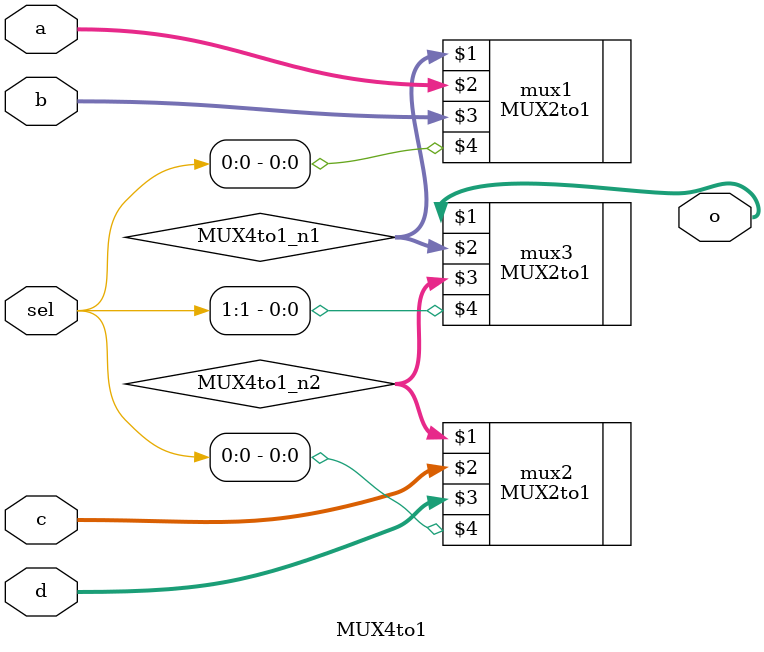
<source format=v>
module MUX4to1(o,a,b,c,d,sel);
	output [15:0]o;
	input [15:0]a;
	input [15:0]b;
	input [15:0]c;
	input [15:0]d;
	input [1:0]sel;
	
	wire [15:0]MUX4to1_n1;
	wire [15:0]MUX4to1_n2;
	
	MUX2to1 mux1(MUX4to1_n1,a,b,sel[0]);
	MUX2to1 mux2(MUX4to1_n2,c,d,sel[0]);
	MUX2to1 mux3(o,MUX4to1_n1,MUX4to1_n2,sel[1]);
	
endmodule

</source>
